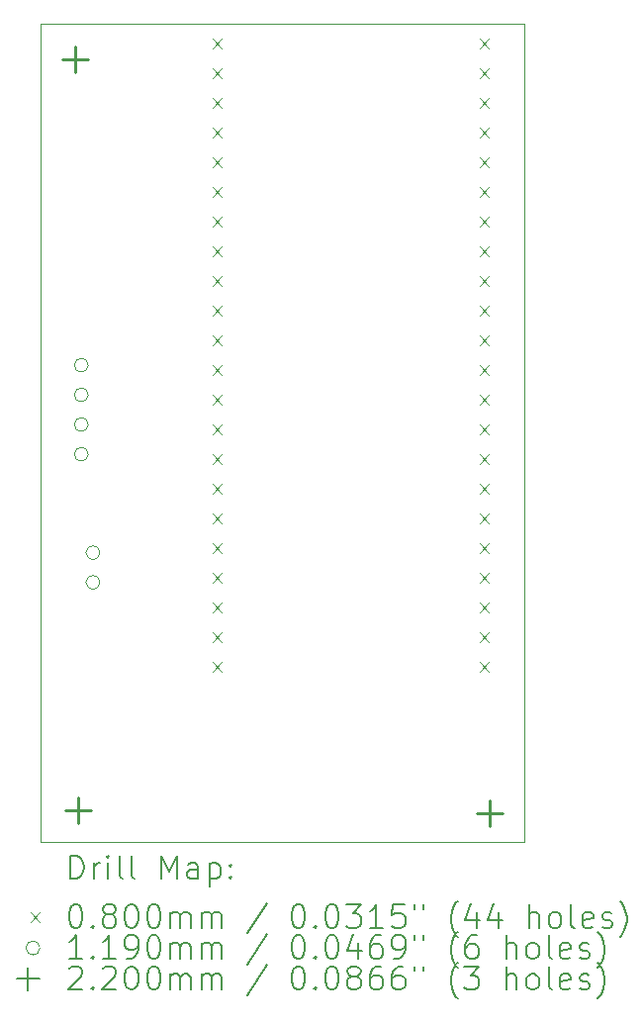
<source format=gbr>
%TF.GenerationSoftware,KiCad,Pcbnew,9.0.0*%
%TF.CreationDate,2025-07-09T15:49:07-04:00*%
%TF.ProjectId,SMACAR RECEIVER BOARD,534d4143-4152-4205-9245-434549564552,rev?*%
%TF.SameCoordinates,Original*%
%TF.FileFunction,Drillmap*%
%TF.FilePolarity,Positive*%
%FSLAX45Y45*%
G04 Gerber Fmt 4.5, Leading zero omitted, Abs format (unit mm)*
G04 Created by KiCad (PCBNEW 9.0.0) date 2025-07-09 15:49:07*
%MOMM*%
%LPD*%
G01*
G04 APERTURE LIST*
%ADD10C,0.050000*%
%ADD11C,0.200000*%
%ADD12C,0.100000*%
%ADD13C,0.119000*%
%ADD14C,0.220000*%
G04 APERTURE END LIST*
D10*
X12350000Y-4950000D02*
X16497500Y-4950000D01*
X16497500Y-11950000D01*
X12350000Y-11950000D01*
X12350000Y-4950000D01*
D11*
D12*
X13826632Y-9901520D02*
X13906632Y-9981520D01*
X13906632Y-9901520D02*
X13826632Y-9981520D01*
X13826632Y-10155520D02*
X13906632Y-10235520D01*
X13906632Y-10155520D02*
X13826632Y-10235520D01*
X13826632Y-10409520D02*
X13906632Y-10489520D01*
X13906632Y-10409520D02*
X13826632Y-10489520D01*
X13827000Y-5075792D02*
X13907000Y-5155792D01*
X13907000Y-5075792D02*
X13827000Y-5155792D01*
X13827000Y-5329792D02*
X13907000Y-5409792D01*
X13907000Y-5329792D02*
X13827000Y-5409792D01*
X13827000Y-5583792D02*
X13907000Y-5663792D01*
X13907000Y-5583792D02*
X13827000Y-5663792D01*
X13827000Y-5837792D02*
X13907000Y-5917792D01*
X13907000Y-5837792D02*
X13827000Y-5917792D01*
X13827000Y-6091792D02*
X13907000Y-6171792D01*
X13907000Y-6091792D02*
X13827000Y-6171792D01*
X13827000Y-6345792D02*
X13907000Y-6425792D01*
X13907000Y-6345792D02*
X13827000Y-6425792D01*
X13827000Y-6599792D02*
X13907000Y-6679792D01*
X13907000Y-6599792D02*
X13827000Y-6679792D01*
X13827000Y-6853792D02*
X13907000Y-6933792D01*
X13907000Y-6853792D02*
X13827000Y-6933792D01*
X13827000Y-7107792D02*
X13907000Y-7187792D01*
X13907000Y-7107792D02*
X13827000Y-7187792D01*
X13827000Y-7361792D02*
X13907000Y-7441792D01*
X13907000Y-7361792D02*
X13827000Y-7441792D01*
X13827000Y-7615792D02*
X13907000Y-7695792D01*
X13907000Y-7615792D02*
X13827000Y-7695792D01*
X13827000Y-7869792D02*
X13907000Y-7949792D01*
X13907000Y-7869792D02*
X13827000Y-7949792D01*
X13827000Y-8123792D02*
X13907000Y-8203792D01*
X13907000Y-8123792D02*
X13827000Y-8203792D01*
X13827000Y-8377792D02*
X13907000Y-8457792D01*
X13907000Y-8377792D02*
X13827000Y-8457792D01*
X13827000Y-8631792D02*
X13907000Y-8711792D01*
X13907000Y-8631792D02*
X13827000Y-8711792D01*
X13827000Y-8885792D02*
X13907000Y-8965792D01*
X13907000Y-8885792D02*
X13827000Y-8965792D01*
X13827000Y-9139792D02*
X13907000Y-9219792D01*
X13907000Y-9139792D02*
X13827000Y-9219792D01*
X13827000Y-9393792D02*
X13907000Y-9473792D01*
X13907000Y-9393792D02*
X13827000Y-9473792D01*
X13827000Y-9647792D02*
X13907000Y-9727792D01*
X13907000Y-9647792D02*
X13827000Y-9727792D01*
X16113000Y-5075792D02*
X16193000Y-5155792D01*
X16193000Y-5075792D02*
X16113000Y-5155792D01*
X16113000Y-5329792D02*
X16193000Y-5409792D01*
X16193000Y-5329792D02*
X16113000Y-5409792D01*
X16113000Y-5583792D02*
X16193000Y-5663792D01*
X16193000Y-5583792D02*
X16113000Y-5663792D01*
X16113000Y-5837792D02*
X16193000Y-5917792D01*
X16193000Y-5837792D02*
X16113000Y-5917792D01*
X16113000Y-6091792D02*
X16193000Y-6171792D01*
X16193000Y-6091792D02*
X16113000Y-6171792D01*
X16113000Y-6345792D02*
X16193000Y-6425792D01*
X16193000Y-6345792D02*
X16113000Y-6425792D01*
X16113000Y-6599792D02*
X16193000Y-6679792D01*
X16193000Y-6599792D02*
X16113000Y-6679792D01*
X16113000Y-6853792D02*
X16193000Y-6933792D01*
X16193000Y-6853792D02*
X16113000Y-6933792D01*
X16113000Y-7107792D02*
X16193000Y-7187792D01*
X16193000Y-7107792D02*
X16113000Y-7187792D01*
X16113000Y-7361792D02*
X16193000Y-7441792D01*
X16193000Y-7361792D02*
X16113000Y-7441792D01*
X16113000Y-7615792D02*
X16193000Y-7695792D01*
X16193000Y-7615792D02*
X16113000Y-7695792D01*
X16113000Y-7869792D02*
X16193000Y-7949792D01*
X16193000Y-7869792D02*
X16113000Y-7949792D01*
X16113000Y-8123792D02*
X16193000Y-8203792D01*
X16193000Y-8123792D02*
X16113000Y-8203792D01*
X16113000Y-8377792D02*
X16193000Y-8457792D01*
X16193000Y-8377792D02*
X16113000Y-8457792D01*
X16113000Y-8631792D02*
X16193000Y-8711792D01*
X16193000Y-8631792D02*
X16113000Y-8711792D01*
X16113000Y-8885792D02*
X16193000Y-8965792D01*
X16193000Y-8885792D02*
X16113000Y-8965792D01*
X16113000Y-9139792D02*
X16193000Y-9219792D01*
X16193000Y-9139792D02*
X16113000Y-9219792D01*
X16113000Y-9393792D02*
X16193000Y-9473792D01*
X16193000Y-9393792D02*
X16113000Y-9473792D01*
X16113000Y-9647792D02*
X16193000Y-9727792D01*
X16193000Y-9647792D02*
X16113000Y-9727792D01*
X16113000Y-9901792D02*
X16193000Y-9981792D01*
X16193000Y-9901792D02*
X16113000Y-9981792D01*
X16113000Y-10155792D02*
X16193000Y-10235792D01*
X16193000Y-10155792D02*
X16113000Y-10235792D01*
X16113000Y-10409792D02*
X16193000Y-10489792D01*
X16193000Y-10409792D02*
X16113000Y-10489792D01*
D13*
X12761500Y-7869000D02*
G75*
G02*
X12642500Y-7869000I-59500J0D01*
G01*
X12642500Y-7869000D02*
G75*
G02*
X12761500Y-7869000I59500J0D01*
G01*
X12761500Y-8123000D02*
G75*
G02*
X12642500Y-8123000I-59500J0D01*
G01*
X12642500Y-8123000D02*
G75*
G02*
X12761500Y-8123000I59500J0D01*
G01*
X12761500Y-8377000D02*
G75*
G02*
X12642500Y-8377000I-59500J0D01*
G01*
X12642500Y-8377000D02*
G75*
G02*
X12761500Y-8377000I59500J0D01*
G01*
X12761500Y-8631000D02*
G75*
G02*
X12642500Y-8631000I-59500J0D01*
G01*
X12642500Y-8631000D02*
G75*
G02*
X12761500Y-8631000I59500J0D01*
G01*
X12861500Y-9473000D02*
G75*
G02*
X12742500Y-9473000I-59500J0D01*
G01*
X12742500Y-9473000D02*
G75*
G02*
X12861500Y-9473000I59500J0D01*
G01*
X12861500Y-9727000D02*
G75*
G02*
X12742500Y-9727000I-59500J0D01*
G01*
X12742500Y-9727000D02*
G75*
G02*
X12861500Y-9727000I59500J0D01*
G01*
D14*
X12650000Y-5140000D02*
X12650000Y-5360000D01*
X12540000Y-5250000D02*
X12760000Y-5250000D01*
X12675000Y-11565000D02*
X12675000Y-11785000D01*
X12565000Y-11675000D02*
X12785000Y-11675000D01*
X16200000Y-11590000D02*
X16200000Y-11810000D01*
X16090000Y-11700000D02*
X16310000Y-11700000D01*
D11*
X12608277Y-12263984D02*
X12608277Y-12063984D01*
X12608277Y-12063984D02*
X12655896Y-12063984D01*
X12655896Y-12063984D02*
X12684467Y-12073508D01*
X12684467Y-12073508D02*
X12703515Y-12092555D01*
X12703515Y-12092555D02*
X12713039Y-12111603D01*
X12713039Y-12111603D02*
X12722562Y-12149698D01*
X12722562Y-12149698D02*
X12722562Y-12178269D01*
X12722562Y-12178269D02*
X12713039Y-12216365D01*
X12713039Y-12216365D02*
X12703515Y-12235412D01*
X12703515Y-12235412D02*
X12684467Y-12254460D01*
X12684467Y-12254460D02*
X12655896Y-12263984D01*
X12655896Y-12263984D02*
X12608277Y-12263984D01*
X12808277Y-12263984D02*
X12808277Y-12130650D01*
X12808277Y-12168746D02*
X12817801Y-12149698D01*
X12817801Y-12149698D02*
X12827324Y-12140174D01*
X12827324Y-12140174D02*
X12846372Y-12130650D01*
X12846372Y-12130650D02*
X12865420Y-12130650D01*
X12932086Y-12263984D02*
X12932086Y-12130650D01*
X12932086Y-12063984D02*
X12922562Y-12073508D01*
X12922562Y-12073508D02*
X12932086Y-12083031D01*
X12932086Y-12083031D02*
X12941610Y-12073508D01*
X12941610Y-12073508D02*
X12932086Y-12063984D01*
X12932086Y-12063984D02*
X12932086Y-12083031D01*
X13055896Y-12263984D02*
X13036848Y-12254460D01*
X13036848Y-12254460D02*
X13027324Y-12235412D01*
X13027324Y-12235412D02*
X13027324Y-12063984D01*
X13160658Y-12263984D02*
X13141610Y-12254460D01*
X13141610Y-12254460D02*
X13132086Y-12235412D01*
X13132086Y-12235412D02*
X13132086Y-12063984D01*
X13389229Y-12263984D02*
X13389229Y-12063984D01*
X13389229Y-12063984D02*
X13455896Y-12206841D01*
X13455896Y-12206841D02*
X13522562Y-12063984D01*
X13522562Y-12063984D02*
X13522562Y-12263984D01*
X13703515Y-12263984D02*
X13703515Y-12159222D01*
X13703515Y-12159222D02*
X13693991Y-12140174D01*
X13693991Y-12140174D02*
X13674943Y-12130650D01*
X13674943Y-12130650D02*
X13636848Y-12130650D01*
X13636848Y-12130650D02*
X13617801Y-12140174D01*
X13703515Y-12254460D02*
X13684467Y-12263984D01*
X13684467Y-12263984D02*
X13636848Y-12263984D01*
X13636848Y-12263984D02*
X13617801Y-12254460D01*
X13617801Y-12254460D02*
X13608277Y-12235412D01*
X13608277Y-12235412D02*
X13608277Y-12216365D01*
X13608277Y-12216365D02*
X13617801Y-12197317D01*
X13617801Y-12197317D02*
X13636848Y-12187793D01*
X13636848Y-12187793D02*
X13684467Y-12187793D01*
X13684467Y-12187793D02*
X13703515Y-12178269D01*
X13798753Y-12130650D02*
X13798753Y-12330650D01*
X13798753Y-12140174D02*
X13817801Y-12130650D01*
X13817801Y-12130650D02*
X13855896Y-12130650D01*
X13855896Y-12130650D02*
X13874943Y-12140174D01*
X13874943Y-12140174D02*
X13884467Y-12149698D01*
X13884467Y-12149698D02*
X13893991Y-12168746D01*
X13893991Y-12168746D02*
X13893991Y-12225888D01*
X13893991Y-12225888D02*
X13884467Y-12244936D01*
X13884467Y-12244936D02*
X13874943Y-12254460D01*
X13874943Y-12254460D02*
X13855896Y-12263984D01*
X13855896Y-12263984D02*
X13817801Y-12263984D01*
X13817801Y-12263984D02*
X13798753Y-12254460D01*
X13979705Y-12244936D02*
X13989229Y-12254460D01*
X13989229Y-12254460D02*
X13979705Y-12263984D01*
X13979705Y-12263984D02*
X13970182Y-12254460D01*
X13970182Y-12254460D02*
X13979705Y-12244936D01*
X13979705Y-12244936D02*
X13979705Y-12263984D01*
X13979705Y-12140174D02*
X13989229Y-12149698D01*
X13989229Y-12149698D02*
X13979705Y-12159222D01*
X13979705Y-12159222D02*
X13970182Y-12149698D01*
X13970182Y-12149698D02*
X13979705Y-12140174D01*
X13979705Y-12140174D02*
X13979705Y-12159222D01*
D12*
X12267500Y-12552500D02*
X12347500Y-12632500D01*
X12347500Y-12552500D02*
X12267500Y-12632500D01*
D11*
X12646372Y-12483984D02*
X12665420Y-12483984D01*
X12665420Y-12483984D02*
X12684467Y-12493508D01*
X12684467Y-12493508D02*
X12693991Y-12503031D01*
X12693991Y-12503031D02*
X12703515Y-12522079D01*
X12703515Y-12522079D02*
X12713039Y-12560174D01*
X12713039Y-12560174D02*
X12713039Y-12607793D01*
X12713039Y-12607793D02*
X12703515Y-12645888D01*
X12703515Y-12645888D02*
X12693991Y-12664936D01*
X12693991Y-12664936D02*
X12684467Y-12674460D01*
X12684467Y-12674460D02*
X12665420Y-12683984D01*
X12665420Y-12683984D02*
X12646372Y-12683984D01*
X12646372Y-12683984D02*
X12627324Y-12674460D01*
X12627324Y-12674460D02*
X12617801Y-12664936D01*
X12617801Y-12664936D02*
X12608277Y-12645888D01*
X12608277Y-12645888D02*
X12598753Y-12607793D01*
X12598753Y-12607793D02*
X12598753Y-12560174D01*
X12598753Y-12560174D02*
X12608277Y-12522079D01*
X12608277Y-12522079D02*
X12617801Y-12503031D01*
X12617801Y-12503031D02*
X12627324Y-12493508D01*
X12627324Y-12493508D02*
X12646372Y-12483984D01*
X12798753Y-12664936D02*
X12808277Y-12674460D01*
X12808277Y-12674460D02*
X12798753Y-12683984D01*
X12798753Y-12683984D02*
X12789229Y-12674460D01*
X12789229Y-12674460D02*
X12798753Y-12664936D01*
X12798753Y-12664936D02*
X12798753Y-12683984D01*
X12922562Y-12569698D02*
X12903515Y-12560174D01*
X12903515Y-12560174D02*
X12893991Y-12550650D01*
X12893991Y-12550650D02*
X12884467Y-12531603D01*
X12884467Y-12531603D02*
X12884467Y-12522079D01*
X12884467Y-12522079D02*
X12893991Y-12503031D01*
X12893991Y-12503031D02*
X12903515Y-12493508D01*
X12903515Y-12493508D02*
X12922562Y-12483984D01*
X12922562Y-12483984D02*
X12960658Y-12483984D01*
X12960658Y-12483984D02*
X12979705Y-12493508D01*
X12979705Y-12493508D02*
X12989229Y-12503031D01*
X12989229Y-12503031D02*
X12998753Y-12522079D01*
X12998753Y-12522079D02*
X12998753Y-12531603D01*
X12998753Y-12531603D02*
X12989229Y-12550650D01*
X12989229Y-12550650D02*
X12979705Y-12560174D01*
X12979705Y-12560174D02*
X12960658Y-12569698D01*
X12960658Y-12569698D02*
X12922562Y-12569698D01*
X12922562Y-12569698D02*
X12903515Y-12579222D01*
X12903515Y-12579222D02*
X12893991Y-12588746D01*
X12893991Y-12588746D02*
X12884467Y-12607793D01*
X12884467Y-12607793D02*
X12884467Y-12645888D01*
X12884467Y-12645888D02*
X12893991Y-12664936D01*
X12893991Y-12664936D02*
X12903515Y-12674460D01*
X12903515Y-12674460D02*
X12922562Y-12683984D01*
X12922562Y-12683984D02*
X12960658Y-12683984D01*
X12960658Y-12683984D02*
X12979705Y-12674460D01*
X12979705Y-12674460D02*
X12989229Y-12664936D01*
X12989229Y-12664936D02*
X12998753Y-12645888D01*
X12998753Y-12645888D02*
X12998753Y-12607793D01*
X12998753Y-12607793D02*
X12989229Y-12588746D01*
X12989229Y-12588746D02*
X12979705Y-12579222D01*
X12979705Y-12579222D02*
X12960658Y-12569698D01*
X13122562Y-12483984D02*
X13141610Y-12483984D01*
X13141610Y-12483984D02*
X13160658Y-12493508D01*
X13160658Y-12493508D02*
X13170182Y-12503031D01*
X13170182Y-12503031D02*
X13179705Y-12522079D01*
X13179705Y-12522079D02*
X13189229Y-12560174D01*
X13189229Y-12560174D02*
X13189229Y-12607793D01*
X13189229Y-12607793D02*
X13179705Y-12645888D01*
X13179705Y-12645888D02*
X13170182Y-12664936D01*
X13170182Y-12664936D02*
X13160658Y-12674460D01*
X13160658Y-12674460D02*
X13141610Y-12683984D01*
X13141610Y-12683984D02*
X13122562Y-12683984D01*
X13122562Y-12683984D02*
X13103515Y-12674460D01*
X13103515Y-12674460D02*
X13093991Y-12664936D01*
X13093991Y-12664936D02*
X13084467Y-12645888D01*
X13084467Y-12645888D02*
X13074943Y-12607793D01*
X13074943Y-12607793D02*
X13074943Y-12560174D01*
X13074943Y-12560174D02*
X13084467Y-12522079D01*
X13084467Y-12522079D02*
X13093991Y-12503031D01*
X13093991Y-12503031D02*
X13103515Y-12493508D01*
X13103515Y-12493508D02*
X13122562Y-12483984D01*
X13313039Y-12483984D02*
X13332086Y-12483984D01*
X13332086Y-12483984D02*
X13351134Y-12493508D01*
X13351134Y-12493508D02*
X13360658Y-12503031D01*
X13360658Y-12503031D02*
X13370182Y-12522079D01*
X13370182Y-12522079D02*
X13379705Y-12560174D01*
X13379705Y-12560174D02*
X13379705Y-12607793D01*
X13379705Y-12607793D02*
X13370182Y-12645888D01*
X13370182Y-12645888D02*
X13360658Y-12664936D01*
X13360658Y-12664936D02*
X13351134Y-12674460D01*
X13351134Y-12674460D02*
X13332086Y-12683984D01*
X13332086Y-12683984D02*
X13313039Y-12683984D01*
X13313039Y-12683984D02*
X13293991Y-12674460D01*
X13293991Y-12674460D02*
X13284467Y-12664936D01*
X13284467Y-12664936D02*
X13274943Y-12645888D01*
X13274943Y-12645888D02*
X13265420Y-12607793D01*
X13265420Y-12607793D02*
X13265420Y-12560174D01*
X13265420Y-12560174D02*
X13274943Y-12522079D01*
X13274943Y-12522079D02*
X13284467Y-12503031D01*
X13284467Y-12503031D02*
X13293991Y-12493508D01*
X13293991Y-12493508D02*
X13313039Y-12483984D01*
X13465420Y-12683984D02*
X13465420Y-12550650D01*
X13465420Y-12569698D02*
X13474943Y-12560174D01*
X13474943Y-12560174D02*
X13493991Y-12550650D01*
X13493991Y-12550650D02*
X13522563Y-12550650D01*
X13522563Y-12550650D02*
X13541610Y-12560174D01*
X13541610Y-12560174D02*
X13551134Y-12579222D01*
X13551134Y-12579222D02*
X13551134Y-12683984D01*
X13551134Y-12579222D02*
X13560658Y-12560174D01*
X13560658Y-12560174D02*
X13579705Y-12550650D01*
X13579705Y-12550650D02*
X13608277Y-12550650D01*
X13608277Y-12550650D02*
X13627324Y-12560174D01*
X13627324Y-12560174D02*
X13636848Y-12579222D01*
X13636848Y-12579222D02*
X13636848Y-12683984D01*
X13732086Y-12683984D02*
X13732086Y-12550650D01*
X13732086Y-12569698D02*
X13741610Y-12560174D01*
X13741610Y-12560174D02*
X13760658Y-12550650D01*
X13760658Y-12550650D02*
X13789229Y-12550650D01*
X13789229Y-12550650D02*
X13808277Y-12560174D01*
X13808277Y-12560174D02*
X13817801Y-12579222D01*
X13817801Y-12579222D02*
X13817801Y-12683984D01*
X13817801Y-12579222D02*
X13827324Y-12560174D01*
X13827324Y-12560174D02*
X13846372Y-12550650D01*
X13846372Y-12550650D02*
X13874943Y-12550650D01*
X13874943Y-12550650D02*
X13893991Y-12560174D01*
X13893991Y-12560174D02*
X13903515Y-12579222D01*
X13903515Y-12579222D02*
X13903515Y-12683984D01*
X14293991Y-12474460D02*
X14122563Y-12731603D01*
X14551134Y-12483984D02*
X14570182Y-12483984D01*
X14570182Y-12483984D02*
X14589229Y-12493508D01*
X14589229Y-12493508D02*
X14598753Y-12503031D01*
X14598753Y-12503031D02*
X14608277Y-12522079D01*
X14608277Y-12522079D02*
X14617801Y-12560174D01*
X14617801Y-12560174D02*
X14617801Y-12607793D01*
X14617801Y-12607793D02*
X14608277Y-12645888D01*
X14608277Y-12645888D02*
X14598753Y-12664936D01*
X14598753Y-12664936D02*
X14589229Y-12674460D01*
X14589229Y-12674460D02*
X14570182Y-12683984D01*
X14570182Y-12683984D02*
X14551134Y-12683984D01*
X14551134Y-12683984D02*
X14532086Y-12674460D01*
X14532086Y-12674460D02*
X14522563Y-12664936D01*
X14522563Y-12664936D02*
X14513039Y-12645888D01*
X14513039Y-12645888D02*
X14503515Y-12607793D01*
X14503515Y-12607793D02*
X14503515Y-12560174D01*
X14503515Y-12560174D02*
X14513039Y-12522079D01*
X14513039Y-12522079D02*
X14522563Y-12503031D01*
X14522563Y-12503031D02*
X14532086Y-12493508D01*
X14532086Y-12493508D02*
X14551134Y-12483984D01*
X14703515Y-12664936D02*
X14713039Y-12674460D01*
X14713039Y-12674460D02*
X14703515Y-12683984D01*
X14703515Y-12683984D02*
X14693991Y-12674460D01*
X14693991Y-12674460D02*
X14703515Y-12664936D01*
X14703515Y-12664936D02*
X14703515Y-12683984D01*
X14836848Y-12483984D02*
X14855896Y-12483984D01*
X14855896Y-12483984D02*
X14874944Y-12493508D01*
X14874944Y-12493508D02*
X14884467Y-12503031D01*
X14884467Y-12503031D02*
X14893991Y-12522079D01*
X14893991Y-12522079D02*
X14903515Y-12560174D01*
X14903515Y-12560174D02*
X14903515Y-12607793D01*
X14903515Y-12607793D02*
X14893991Y-12645888D01*
X14893991Y-12645888D02*
X14884467Y-12664936D01*
X14884467Y-12664936D02*
X14874944Y-12674460D01*
X14874944Y-12674460D02*
X14855896Y-12683984D01*
X14855896Y-12683984D02*
X14836848Y-12683984D01*
X14836848Y-12683984D02*
X14817801Y-12674460D01*
X14817801Y-12674460D02*
X14808277Y-12664936D01*
X14808277Y-12664936D02*
X14798753Y-12645888D01*
X14798753Y-12645888D02*
X14789229Y-12607793D01*
X14789229Y-12607793D02*
X14789229Y-12560174D01*
X14789229Y-12560174D02*
X14798753Y-12522079D01*
X14798753Y-12522079D02*
X14808277Y-12503031D01*
X14808277Y-12503031D02*
X14817801Y-12493508D01*
X14817801Y-12493508D02*
X14836848Y-12483984D01*
X14970182Y-12483984D02*
X15093991Y-12483984D01*
X15093991Y-12483984D02*
X15027325Y-12560174D01*
X15027325Y-12560174D02*
X15055896Y-12560174D01*
X15055896Y-12560174D02*
X15074944Y-12569698D01*
X15074944Y-12569698D02*
X15084467Y-12579222D01*
X15084467Y-12579222D02*
X15093991Y-12598269D01*
X15093991Y-12598269D02*
X15093991Y-12645888D01*
X15093991Y-12645888D02*
X15084467Y-12664936D01*
X15084467Y-12664936D02*
X15074944Y-12674460D01*
X15074944Y-12674460D02*
X15055896Y-12683984D01*
X15055896Y-12683984D02*
X14998753Y-12683984D01*
X14998753Y-12683984D02*
X14979706Y-12674460D01*
X14979706Y-12674460D02*
X14970182Y-12664936D01*
X15284467Y-12683984D02*
X15170182Y-12683984D01*
X15227325Y-12683984D02*
X15227325Y-12483984D01*
X15227325Y-12483984D02*
X15208277Y-12512555D01*
X15208277Y-12512555D02*
X15189229Y-12531603D01*
X15189229Y-12531603D02*
X15170182Y-12541127D01*
X15465420Y-12483984D02*
X15370182Y-12483984D01*
X15370182Y-12483984D02*
X15360658Y-12579222D01*
X15360658Y-12579222D02*
X15370182Y-12569698D01*
X15370182Y-12569698D02*
X15389229Y-12560174D01*
X15389229Y-12560174D02*
X15436848Y-12560174D01*
X15436848Y-12560174D02*
X15455896Y-12569698D01*
X15455896Y-12569698D02*
X15465420Y-12579222D01*
X15465420Y-12579222D02*
X15474944Y-12598269D01*
X15474944Y-12598269D02*
X15474944Y-12645888D01*
X15474944Y-12645888D02*
X15465420Y-12664936D01*
X15465420Y-12664936D02*
X15455896Y-12674460D01*
X15455896Y-12674460D02*
X15436848Y-12683984D01*
X15436848Y-12683984D02*
X15389229Y-12683984D01*
X15389229Y-12683984D02*
X15370182Y-12674460D01*
X15370182Y-12674460D02*
X15360658Y-12664936D01*
X15551134Y-12483984D02*
X15551134Y-12522079D01*
X15627325Y-12483984D02*
X15627325Y-12522079D01*
X15922563Y-12760174D02*
X15913039Y-12750650D01*
X15913039Y-12750650D02*
X15893991Y-12722079D01*
X15893991Y-12722079D02*
X15884468Y-12703031D01*
X15884468Y-12703031D02*
X15874944Y-12674460D01*
X15874944Y-12674460D02*
X15865420Y-12626841D01*
X15865420Y-12626841D02*
X15865420Y-12588746D01*
X15865420Y-12588746D02*
X15874944Y-12541127D01*
X15874944Y-12541127D02*
X15884468Y-12512555D01*
X15884468Y-12512555D02*
X15893991Y-12493508D01*
X15893991Y-12493508D02*
X15913039Y-12464936D01*
X15913039Y-12464936D02*
X15922563Y-12455412D01*
X16084468Y-12550650D02*
X16084468Y-12683984D01*
X16036848Y-12474460D02*
X15989229Y-12617317D01*
X15989229Y-12617317D02*
X16113039Y-12617317D01*
X16274944Y-12550650D02*
X16274944Y-12683984D01*
X16227325Y-12474460D02*
X16179706Y-12617317D01*
X16179706Y-12617317D02*
X16303515Y-12617317D01*
X16532087Y-12683984D02*
X16532087Y-12483984D01*
X16617801Y-12683984D02*
X16617801Y-12579222D01*
X16617801Y-12579222D02*
X16608277Y-12560174D01*
X16608277Y-12560174D02*
X16589230Y-12550650D01*
X16589230Y-12550650D02*
X16560658Y-12550650D01*
X16560658Y-12550650D02*
X16541610Y-12560174D01*
X16541610Y-12560174D02*
X16532087Y-12569698D01*
X16741610Y-12683984D02*
X16722563Y-12674460D01*
X16722563Y-12674460D02*
X16713039Y-12664936D01*
X16713039Y-12664936D02*
X16703515Y-12645888D01*
X16703515Y-12645888D02*
X16703515Y-12588746D01*
X16703515Y-12588746D02*
X16713039Y-12569698D01*
X16713039Y-12569698D02*
X16722563Y-12560174D01*
X16722563Y-12560174D02*
X16741610Y-12550650D01*
X16741610Y-12550650D02*
X16770182Y-12550650D01*
X16770182Y-12550650D02*
X16789230Y-12560174D01*
X16789230Y-12560174D02*
X16798753Y-12569698D01*
X16798753Y-12569698D02*
X16808277Y-12588746D01*
X16808277Y-12588746D02*
X16808277Y-12645888D01*
X16808277Y-12645888D02*
X16798753Y-12664936D01*
X16798753Y-12664936D02*
X16789230Y-12674460D01*
X16789230Y-12674460D02*
X16770182Y-12683984D01*
X16770182Y-12683984D02*
X16741610Y-12683984D01*
X16922563Y-12683984D02*
X16903515Y-12674460D01*
X16903515Y-12674460D02*
X16893992Y-12655412D01*
X16893992Y-12655412D02*
X16893992Y-12483984D01*
X17074944Y-12674460D02*
X17055896Y-12683984D01*
X17055896Y-12683984D02*
X17017801Y-12683984D01*
X17017801Y-12683984D02*
X16998753Y-12674460D01*
X16998753Y-12674460D02*
X16989230Y-12655412D01*
X16989230Y-12655412D02*
X16989230Y-12579222D01*
X16989230Y-12579222D02*
X16998753Y-12560174D01*
X16998753Y-12560174D02*
X17017801Y-12550650D01*
X17017801Y-12550650D02*
X17055896Y-12550650D01*
X17055896Y-12550650D02*
X17074944Y-12560174D01*
X17074944Y-12560174D02*
X17084468Y-12579222D01*
X17084468Y-12579222D02*
X17084468Y-12598269D01*
X17084468Y-12598269D02*
X16989230Y-12617317D01*
X17160658Y-12674460D02*
X17179706Y-12683984D01*
X17179706Y-12683984D02*
X17217801Y-12683984D01*
X17217801Y-12683984D02*
X17236849Y-12674460D01*
X17236849Y-12674460D02*
X17246373Y-12655412D01*
X17246373Y-12655412D02*
X17246373Y-12645888D01*
X17246373Y-12645888D02*
X17236849Y-12626841D01*
X17236849Y-12626841D02*
X17217801Y-12617317D01*
X17217801Y-12617317D02*
X17189230Y-12617317D01*
X17189230Y-12617317D02*
X17170182Y-12607793D01*
X17170182Y-12607793D02*
X17160658Y-12588746D01*
X17160658Y-12588746D02*
X17160658Y-12579222D01*
X17160658Y-12579222D02*
X17170182Y-12560174D01*
X17170182Y-12560174D02*
X17189230Y-12550650D01*
X17189230Y-12550650D02*
X17217801Y-12550650D01*
X17217801Y-12550650D02*
X17236849Y-12560174D01*
X17313039Y-12760174D02*
X17322563Y-12750650D01*
X17322563Y-12750650D02*
X17341611Y-12722079D01*
X17341611Y-12722079D02*
X17351134Y-12703031D01*
X17351134Y-12703031D02*
X17360658Y-12674460D01*
X17360658Y-12674460D02*
X17370182Y-12626841D01*
X17370182Y-12626841D02*
X17370182Y-12588746D01*
X17370182Y-12588746D02*
X17360658Y-12541127D01*
X17360658Y-12541127D02*
X17351134Y-12512555D01*
X17351134Y-12512555D02*
X17341611Y-12493508D01*
X17341611Y-12493508D02*
X17322563Y-12464936D01*
X17322563Y-12464936D02*
X17313039Y-12455412D01*
D13*
X12347500Y-12856500D02*
G75*
G02*
X12228500Y-12856500I-59500J0D01*
G01*
X12228500Y-12856500D02*
G75*
G02*
X12347500Y-12856500I59500J0D01*
G01*
D11*
X12713039Y-12947984D02*
X12598753Y-12947984D01*
X12655896Y-12947984D02*
X12655896Y-12747984D01*
X12655896Y-12747984D02*
X12636848Y-12776555D01*
X12636848Y-12776555D02*
X12617801Y-12795603D01*
X12617801Y-12795603D02*
X12598753Y-12805127D01*
X12798753Y-12928936D02*
X12808277Y-12938460D01*
X12808277Y-12938460D02*
X12798753Y-12947984D01*
X12798753Y-12947984D02*
X12789229Y-12938460D01*
X12789229Y-12938460D02*
X12798753Y-12928936D01*
X12798753Y-12928936D02*
X12798753Y-12947984D01*
X12998753Y-12947984D02*
X12884467Y-12947984D01*
X12941610Y-12947984D02*
X12941610Y-12747984D01*
X12941610Y-12747984D02*
X12922562Y-12776555D01*
X12922562Y-12776555D02*
X12903515Y-12795603D01*
X12903515Y-12795603D02*
X12884467Y-12805127D01*
X13093991Y-12947984D02*
X13132086Y-12947984D01*
X13132086Y-12947984D02*
X13151134Y-12938460D01*
X13151134Y-12938460D02*
X13160658Y-12928936D01*
X13160658Y-12928936D02*
X13179705Y-12900365D01*
X13179705Y-12900365D02*
X13189229Y-12862269D01*
X13189229Y-12862269D02*
X13189229Y-12786079D01*
X13189229Y-12786079D02*
X13179705Y-12767031D01*
X13179705Y-12767031D02*
X13170182Y-12757508D01*
X13170182Y-12757508D02*
X13151134Y-12747984D01*
X13151134Y-12747984D02*
X13113039Y-12747984D01*
X13113039Y-12747984D02*
X13093991Y-12757508D01*
X13093991Y-12757508D02*
X13084467Y-12767031D01*
X13084467Y-12767031D02*
X13074943Y-12786079D01*
X13074943Y-12786079D02*
X13074943Y-12833698D01*
X13074943Y-12833698D02*
X13084467Y-12852746D01*
X13084467Y-12852746D02*
X13093991Y-12862269D01*
X13093991Y-12862269D02*
X13113039Y-12871793D01*
X13113039Y-12871793D02*
X13151134Y-12871793D01*
X13151134Y-12871793D02*
X13170182Y-12862269D01*
X13170182Y-12862269D02*
X13179705Y-12852746D01*
X13179705Y-12852746D02*
X13189229Y-12833698D01*
X13313039Y-12747984D02*
X13332086Y-12747984D01*
X13332086Y-12747984D02*
X13351134Y-12757508D01*
X13351134Y-12757508D02*
X13360658Y-12767031D01*
X13360658Y-12767031D02*
X13370182Y-12786079D01*
X13370182Y-12786079D02*
X13379705Y-12824174D01*
X13379705Y-12824174D02*
X13379705Y-12871793D01*
X13379705Y-12871793D02*
X13370182Y-12909888D01*
X13370182Y-12909888D02*
X13360658Y-12928936D01*
X13360658Y-12928936D02*
X13351134Y-12938460D01*
X13351134Y-12938460D02*
X13332086Y-12947984D01*
X13332086Y-12947984D02*
X13313039Y-12947984D01*
X13313039Y-12947984D02*
X13293991Y-12938460D01*
X13293991Y-12938460D02*
X13284467Y-12928936D01*
X13284467Y-12928936D02*
X13274943Y-12909888D01*
X13274943Y-12909888D02*
X13265420Y-12871793D01*
X13265420Y-12871793D02*
X13265420Y-12824174D01*
X13265420Y-12824174D02*
X13274943Y-12786079D01*
X13274943Y-12786079D02*
X13284467Y-12767031D01*
X13284467Y-12767031D02*
X13293991Y-12757508D01*
X13293991Y-12757508D02*
X13313039Y-12747984D01*
X13465420Y-12947984D02*
X13465420Y-12814650D01*
X13465420Y-12833698D02*
X13474943Y-12824174D01*
X13474943Y-12824174D02*
X13493991Y-12814650D01*
X13493991Y-12814650D02*
X13522563Y-12814650D01*
X13522563Y-12814650D02*
X13541610Y-12824174D01*
X13541610Y-12824174D02*
X13551134Y-12843222D01*
X13551134Y-12843222D02*
X13551134Y-12947984D01*
X13551134Y-12843222D02*
X13560658Y-12824174D01*
X13560658Y-12824174D02*
X13579705Y-12814650D01*
X13579705Y-12814650D02*
X13608277Y-12814650D01*
X13608277Y-12814650D02*
X13627324Y-12824174D01*
X13627324Y-12824174D02*
X13636848Y-12843222D01*
X13636848Y-12843222D02*
X13636848Y-12947984D01*
X13732086Y-12947984D02*
X13732086Y-12814650D01*
X13732086Y-12833698D02*
X13741610Y-12824174D01*
X13741610Y-12824174D02*
X13760658Y-12814650D01*
X13760658Y-12814650D02*
X13789229Y-12814650D01*
X13789229Y-12814650D02*
X13808277Y-12824174D01*
X13808277Y-12824174D02*
X13817801Y-12843222D01*
X13817801Y-12843222D02*
X13817801Y-12947984D01*
X13817801Y-12843222D02*
X13827324Y-12824174D01*
X13827324Y-12824174D02*
X13846372Y-12814650D01*
X13846372Y-12814650D02*
X13874943Y-12814650D01*
X13874943Y-12814650D02*
X13893991Y-12824174D01*
X13893991Y-12824174D02*
X13903515Y-12843222D01*
X13903515Y-12843222D02*
X13903515Y-12947984D01*
X14293991Y-12738460D02*
X14122563Y-12995603D01*
X14551134Y-12747984D02*
X14570182Y-12747984D01*
X14570182Y-12747984D02*
X14589229Y-12757508D01*
X14589229Y-12757508D02*
X14598753Y-12767031D01*
X14598753Y-12767031D02*
X14608277Y-12786079D01*
X14608277Y-12786079D02*
X14617801Y-12824174D01*
X14617801Y-12824174D02*
X14617801Y-12871793D01*
X14617801Y-12871793D02*
X14608277Y-12909888D01*
X14608277Y-12909888D02*
X14598753Y-12928936D01*
X14598753Y-12928936D02*
X14589229Y-12938460D01*
X14589229Y-12938460D02*
X14570182Y-12947984D01*
X14570182Y-12947984D02*
X14551134Y-12947984D01*
X14551134Y-12947984D02*
X14532086Y-12938460D01*
X14532086Y-12938460D02*
X14522563Y-12928936D01*
X14522563Y-12928936D02*
X14513039Y-12909888D01*
X14513039Y-12909888D02*
X14503515Y-12871793D01*
X14503515Y-12871793D02*
X14503515Y-12824174D01*
X14503515Y-12824174D02*
X14513039Y-12786079D01*
X14513039Y-12786079D02*
X14522563Y-12767031D01*
X14522563Y-12767031D02*
X14532086Y-12757508D01*
X14532086Y-12757508D02*
X14551134Y-12747984D01*
X14703515Y-12928936D02*
X14713039Y-12938460D01*
X14713039Y-12938460D02*
X14703515Y-12947984D01*
X14703515Y-12947984D02*
X14693991Y-12938460D01*
X14693991Y-12938460D02*
X14703515Y-12928936D01*
X14703515Y-12928936D02*
X14703515Y-12947984D01*
X14836848Y-12747984D02*
X14855896Y-12747984D01*
X14855896Y-12747984D02*
X14874944Y-12757508D01*
X14874944Y-12757508D02*
X14884467Y-12767031D01*
X14884467Y-12767031D02*
X14893991Y-12786079D01*
X14893991Y-12786079D02*
X14903515Y-12824174D01*
X14903515Y-12824174D02*
X14903515Y-12871793D01*
X14903515Y-12871793D02*
X14893991Y-12909888D01*
X14893991Y-12909888D02*
X14884467Y-12928936D01*
X14884467Y-12928936D02*
X14874944Y-12938460D01*
X14874944Y-12938460D02*
X14855896Y-12947984D01*
X14855896Y-12947984D02*
X14836848Y-12947984D01*
X14836848Y-12947984D02*
X14817801Y-12938460D01*
X14817801Y-12938460D02*
X14808277Y-12928936D01*
X14808277Y-12928936D02*
X14798753Y-12909888D01*
X14798753Y-12909888D02*
X14789229Y-12871793D01*
X14789229Y-12871793D02*
X14789229Y-12824174D01*
X14789229Y-12824174D02*
X14798753Y-12786079D01*
X14798753Y-12786079D02*
X14808277Y-12767031D01*
X14808277Y-12767031D02*
X14817801Y-12757508D01*
X14817801Y-12757508D02*
X14836848Y-12747984D01*
X15074944Y-12814650D02*
X15074944Y-12947984D01*
X15027325Y-12738460D02*
X14979706Y-12881317D01*
X14979706Y-12881317D02*
X15103515Y-12881317D01*
X15265420Y-12747984D02*
X15227325Y-12747984D01*
X15227325Y-12747984D02*
X15208277Y-12757508D01*
X15208277Y-12757508D02*
X15198753Y-12767031D01*
X15198753Y-12767031D02*
X15179706Y-12795603D01*
X15179706Y-12795603D02*
X15170182Y-12833698D01*
X15170182Y-12833698D02*
X15170182Y-12909888D01*
X15170182Y-12909888D02*
X15179706Y-12928936D01*
X15179706Y-12928936D02*
X15189229Y-12938460D01*
X15189229Y-12938460D02*
X15208277Y-12947984D01*
X15208277Y-12947984D02*
X15246372Y-12947984D01*
X15246372Y-12947984D02*
X15265420Y-12938460D01*
X15265420Y-12938460D02*
X15274944Y-12928936D01*
X15274944Y-12928936D02*
X15284467Y-12909888D01*
X15284467Y-12909888D02*
X15284467Y-12862269D01*
X15284467Y-12862269D02*
X15274944Y-12843222D01*
X15274944Y-12843222D02*
X15265420Y-12833698D01*
X15265420Y-12833698D02*
X15246372Y-12824174D01*
X15246372Y-12824174D02*
X15208277Y-12824174D01*
X15208277Y-12824174D02*
X15189229Y-12833698D01*
X15189229Y-12833698D02*
X15179706Y-12843222D01*
X15179706Y-12843222D02*
X15170182Y-12862269D01*
X15379706Y-12947984D02*
X15417801Y-12947984D01*
X15417801Y-12947984D02*
X15436848Y-12938460D01*
X15436848Y-12938460D02*
X15446372Y-12928936D01*
X15446372Y-12928936D02*
X15465420Y-12900365D01*
X15465420Y-12900365D02*
X15474944Y-12862269D01*
X15474944Y-12862269D02*
X15474944Y-12786079D01*
X15474944Y-12786079D02*
X15465420Y-12767031D01*
X15465420Y-12767031D02*
X15455896Y-12757508D01*
X15455896Y-12757508D02*
X15436848Y-12747984D01*
X15436848Y-12747984D02*
X15398753Y-12747984D01*
X15398753Y-12747984D02*
X15379706Y-12757508D01*
X15379706Y-12757508D02*
X15370182Y-12767031D01*
X15370182Y-12767031D02*
X15360658Y-12786079D01*
X15360658Y-12786079D02*
X15360658Y-12833698D01*
X15360658Y-12833698D02*
X15370182Y-12852746D01*
X15370182Y-12852746D02*
X15379706Y-12862269D01*
X15379706Y-12862269D02*
X15398753Y-12871793D01*
X15398753Y-12871793D02*
X15436848Y-12871793D01*
X15436848Y-12871793D02*
X15455896Y-12862269D01*
X15455896Y-12862269D02*
X15465420Y-12852746D01*
X15465420Y-12852746D02*
X15474944Y-12833698D01*
X15551134Y-12747984D02*
X15551134Y-12786079D01*
X15627325Y-12747984D02*
X15627325Y-12786079D01*
X15922563Y-13024174D02*
X15913039Y-13014650D01*
X15913039Y-13014650D02*
X15893991Y-12986079D01*
X15893991Y-12986079D02*
X15884468Y-12967031D01*
X15884468Y-12967031D02*
X15874944Y-12938460D01*
X15874944Y-12938460D02*
X15865420Y-12890841D01*
X15865420Y-12890841D02*
X15865420Y-12852746D01*
X15865420Y-12852746D02*
X15874944Y-12805127D01*
X15874944Y-12805127D02*
X15884468Y-12776555D01*
X15884468Y-12776555D02*
X15893991Y-12757508D01*
X15893991Y-12757508D02*
X15913039Y-12728936D01*
X15913039Y-12728936D02*
X15922563Y-12719412D01*
X16084468Y-12747984D02*
X16046372Y-12747984D01*
X16046372Y-12747984D02*
X16027325Y-12757508D01*
X16027325Y-12757508D02*
X16017801Y-12767031D01*
X16017801Y-12767031D02*
X15998753Y-12795603D01*
X15998753Y-12795603D02*
X15989229Y-12833698D01*
X15989229Y-12833698D02*
X15989229Y-12909888D01*
X15989229Y-12909888D02*
X15998753Y-12928936D01*
X15998753Y-12928936D02*
X16008277Y-12938460D01*
X16008277Y-12938460D02*
X16027325Y-12947984D01*
X16027325Y-12947984D02*
X16065420Y-12947984D01*
X16065420Y-12947984D02*
X16084468Y-12938460D01*
X16084468Y-12938460D02*
X16093991Y-12928936D01*
X16093991Y-12928936D02*
X16103515Y-12909888D01*
X16103515Y-12909888D02*
X16103515Y-12862269D01*
X16103515Y-12862269D02*
X16093991Y-12843222D01*
X16093991Y-12843222D02*
X16084468Y-12833698D01*
X16084468Y-12833698D02*
X16065420Y-12824174D01*
X16065420Y-12824174D02*
X16027325Y-12824174D01*
X16027325Y-12824174D02*
X16008277Y-12833698D01*
X16008277Y-12833698D02*
X15998753Y-12843222D01*
X15998753Y-12843222D02*
X15989229Y-12862269D01*
X16341610Y-12947984D02*
X16341610Y-12747984D01*
X16427325Y-12947984D02*
X16427325Y-12843222D01*
X16427325Y-12843222D02*
X16417801Y-12824174D01*
X16417801Y-12824174D02*
X16398753Y-12814650D01*
X16398753Y-12814650D02*
X16370182Y-12814650D01*
X16370182Y-12814650D02*
X16351134Y-12824174D01*
X16351134Y-12824174D02*
X16341610Y-12833698D01*
X16551134Y-12947984D02*
X16532087Y-12938460D01*
X16532087Y-12938460D02*
X16522563Y-12928936D01*
X16522563Y-12928936D02*
X16513039Y-12909888D01*
X16513039Y-12909888D02*
X16513039Y-12852746D01*
X16513039Y-12852746D02*
X16522563Y-12833698D01*
X16522563Y-12833698D02*
X16532087Y-12824174D01*
X16532087Y-12824174D02*
X16551134Y-12814650D01*
X16551134Y-12814650D02*
X16579706Y-12814650D01*
X16579706Y-12814650D02*
X16598753Y-12824174D01*
X16598753Y-12824174D02*
X16608277Y-12833698D01*
X16608277Y-12833698D02*
X16617801Y-12852746D01*
X16617801Y-12852746D02*
X16617801Y-12909888D01*
X16617801Y-12909888D02*
X16608277Y-12928936D01*
X16608277Y-12928936D02*
X16598753Y-12938460D01*
X16598753Y-12938460D02*
X16579706Y-12947984D01*
X16579706Y-12947984D02*
X16551134Y-12947984D01*
X16732087Y-12947984D02*
X16713039Y-12938460D01*
X16713039Y-12938460D02*
X16703515Y-12919412D01*
X16703515Y-12919412D02*
X16703515Y-12747984D01*
X16884468Y-12938460D02*
X16865420Y-12947984D01*
X16865420Y-12947984D02*
X16827325Y-12947984D01*
X16827325Y-12947984D02*
X16808277Y-12938460D01*
X16808277Y-12938460D02*
X16798753Y-12919412D01*
X16798753Y-12919412D02*
X16798753Y-12843222D01*
X16798753Y-12843222D02*
X16808277Y-12824174D01*
X16808277Y-12824174D02*
X16827325Y-12814650D01*
X16827325Y-12814650D02*
X16865420Y-12814650D01*
X16865420Y-12814650D02*
X16884468Y-12824174D01*
X16884468Y-12824174D02*
X16893992Y-12843222D01*
X16893992Y-12843222D02*
X16893992Y-12862269D01*
X16893992Y-12862269D02*
X16798753Y-12881317D01*
X16970182Y-12938460D02*
X16989230Y-12947984D01*
X16989230Y-12947984D02*
X17027325Y-12947984D01*
X17027325Y-12947984D02*
X17046373Y-12938460D01*
X17046373Y-12938460D02*
X17055896Y-12919412D01*
X17055896Y-12919412D02*
X17055896Y-12909888D01*
X17055896Y-12909888D02*
X17046373Y-12890841D01*
X17046373Y-12890841D02*
X17027325Y-12881317D01*
X17027325Y-12881317D02*
X16998753Y-12881317D01*
X16998753Y-12881317D02*
X16979706Y-12871793D01*
X16979706Y-12871793D02*
X16970182Y-12852746D01*
X16970182Y-12852746D02*
X16970182Y-12843222D01*
X16970182Y-12843222D02*
X16979706Y-12824174D01*
X16979706Y-12824174D02*
X16998753Y-12814650D01*
X16998753Y-12814650D02*
X17027325Y-12814650D01*
X17027325Y-12814650D02*
X17046373Y-12824174D01*
X17122563Y-13024174D02*
X17132087Y-13014650D01*
X17132087Y-13014650D02*
X17151134Y-12986079D01*
X17151134Y-12986079D02*
X17160658Y-12967031D01*
X17160658Y-12967031D02*
X17170182Y-12938460D01*
X17170182Y-12938460D02*
X17179706Y-12890841D01*
X17179706Y-12890841D02*
X17179706Y-12852746D01*
X17179706Y-12852746D02*
X17170182Y-12805127D01*
X17170182Y-12805127D02*
X17160658Y-12776555D01*
X17160658Y-12776555D02*
X17151134Y-12757508D01*
X17151134Y-12757508D02*
X17132087Y-12728936D01*
X17132087Y-12728936D02*
X17122563Y-12719412D01*
X12247500Y-13020500D02*
X12247500Y-13220500D01*
X12147500Y-13120500D02*
X12347500Y-13120500D01*
X12598753Y-13031031D02*
X12608277Y-13021508D01*
X12608277Y-13021508D02*
X12627324Y-13011984D01*
X12627324Y-13011984D02*
X12674943Y-13011984D01*
X12674943Y-13011984D02*
X12693991Y-13021508D01*
X12693991Y-13021508D02*
X12703515Y-13031031D01*
X12703515Y-13031031D02*
X12713039Y-13050079D01*
X12713039Y-13050079D02*
X12713039Y-13069127D01*
X12713039Y-13069127D02*
X12703515Y-13097698D01*
X12703515Y-13097698D02*
X12589229Y-13211984D01*
X12589229Y-13211984D02*
X12713039Y-13211984D01*
X12798753Y-13192936D02*
X12808277Y-13202460D01*
X12808277Y-13202460D02*
X12798753Y-13211984D01*
X12798753Y-13211984D02*
X12789229Y-13202460D01*
X12789229Y-13202460D02*
X12798753Y-13192936D01*
X12798753Y-13192936D02*
X12798753Y-13211984D01*
X12884467Y-13031031D02*
X12893991Y-13021508D01*
X12893991Y-13021508D02*
X12913039Y-13011984D01*
X12913039Y-13011984D02*
X12960658Y-13011984D01*
X12960658Y-13011984D02*
X12979705Y-13021508D01*
X12979705Y-13021508D02*
X12989229Y-13031031D01*
X12989229Y-13031031D02*
X12998753Y-13050079D01*
X12998753Y-13050079D02*
X12998753Y-13069127D01*
X12998753Y-13069127D02*
X12989229Y-13097698D01*
X12989229Y-13097698D02*
X12874943Y-13211984D01*
X12874943Y-13211984D02*
X12998753Y-13211984D01*
X13122562Y-13011984D02*
X13141610Y-13011984D01*
X13141610Y-13011984D02*
X13160658Y-13021508D01*
X13160658Y-13021508D02*
X13170182Y-13031031D01*
X13170182Y-13031031D02*
X13179705Y-13050079D01*
X13179705Y-13050079D02*
X13189229Y-13088174D01*
X13189229Y-13088174D02*
X13189229Y-13135793D01*
X13189229Y-13135793D02*
X13179705Y-13173888D01*
X13179705Y-13173888D02*
X13170182Y-13192936D01*
X13170182Y-13192936D02*
X13160658Y-13202460D01*
X13160658Y-13202460D02*
X13141610Y-13211984D01*
X13141610Y-13211984D02*
X13122562Y-13211984D01*
X13122562Y-13211984D02*
X13103515Y-13202460D01*
X13103515Y-13202460D02*
X13093991Y-13192936D01*
X13093991Y-13192936D02*
X13084467Y-13173888D01*
X13084467Y-13173888D02*
X13074943Y-13135793D01*
X13074943Y-13135793D02*
X13074943Y-13088174D01*
X13074943Y-13088174D02*
X13084467Y-13050079D01*
X13084467Y-13050079D02*
X13093991Y-13031031D01*
X13093991Y-13031031D02*
X13103515Y-13021508D01*
X13103515Y-13021508D02*
X13122562Y-13011984D01*
X13313039Y-13011984D02*
X13332086Y-13011984D01*
X13332086Y-13011984D02*
X13351134Y-13021508D01*
X13351134Y-13021508D02*
X13360658Y-13031031D01*
X13360658Y-13031031D02*
X13370182Y-13050079D01*
X13370182Y-13050079D02*
X13379705Y-13088174D01*
X13379705Y-13088174D02*
X13379705Y-13135793D01*
X13379705Y-13135793D02*
X13370182Y-13173888D01*
X13370182Y-13173888D02*
X13360658Y-13192936D01*
X13360658Y-13192936D02*
X13351134Y-13202460D01*
X13351134Y-13202460D02*
X13332086Y-13211984D01*
X13332086Y-13211984D02*
X13313039Y-13211984D01*
X13313039Y-13211984D02*
X13293991Y-13202460D01*
X13293991Y-13202460D02*
X13284467Y-13192936D01*
X13284467Y-13192936D02*
X13274943Y-13173888D01*
X13274943Y-13173888D02*
X13265420Y-13135793D01*
X13265420Y-13135793D02*
X13265420Y-13088174D01*
X13265420Y-13088174D02*
X13274943Y-13050079D01*
X13274943Y-13050079D02*
X13284467Y-13031031D01*
X13284467Y-13031031D02*
X13293991Y-13021508D01*
X13293991Y-13021508D02*
X13313039Y-13011984D01*
X13465420Y-13211984D02*
X13465420Y-13078650D01*
X13465420Y-13097698D02*
X13474943Y-13088174D01*
X13474943Y-13088174D02*
X13493991Y-13078650D01*
X13493991Y-13078650D02*
X13522563Y-13078650D01*
X13522563Y-13078650D02*
X13541610Y-13088174D01*
X13541610Y-13088174D02*
X13551134Y-13107222D01*
X13551134Y-13107222D02*
X13551134Y-13211984D01*
X13551134Y-13107222D02*
X13560658Y-13088174D01*
X13560658Y-13088174D02*
X13579705Y-13078650D01*
X13579705Y-13078650D02*
X13608277Y-13078650D01*
X13608277Y-13078650D02*
X13627324Y-13088174D01*
X13627324Y-13088174D02*
X13636848Y-13107222D01*
X13636848Y-13107222D02*
X13636848Y-13211984D01*
X13732086Y-13211984D02*
X13732086Y-13078650D01*
X13732086Y-13097698D02*
X13741610Y-13088174D01*
X13741610Y-13088174D02*
X13760658Y-13078650D01*
X13760658Y-13078650D02*
X13789229Y-13078650D01*
X13789229Y-13078650D02*
X13808277Y-13088174D01*
X13808277Y-13088174D02*
X13817801Y-13107222D01*
X13817801Y-13107222D02*
X13817801Y-13211984D01*
X13817801Y-13107222D02*
X13827324Y-13088174D01*
X13827324Y-13088174D02*
X13846372Y-13078650D01*
X13846372Y-13078650D02*
X13874943Y-13078650D01*
X13874943Y-13078650D02*
X13893991Y-13088174D01*
X13893991Y-13088174D02*
X13903515Y-13107222D01*
X13903515Y-13107222D02*
X13903515Y-13211984D01*
X14293991Y-13002460D02*
X14122563Y-13259603D01*
X14551134Y-13011984D02*
X14570182Y-13011984D01*
X14570182Y-13011984D02*
X14589229Y-13021508D01*
X14589229Y-13021508D02*
X14598753Y-13031031D01*
X14598753Y-13031031D02*
X14608277Y-13050079D01*
X14608277Y-13050079D02*
X14617801Y-13088174D01*
X14617801Y-13088174D02*
X14617801Y-13135793D01*
X14617801Y-13135793D02*
X14608277Y-13173888D01*
X14608277Y-13173888D02*
X14598753Y-13192936D01*
X14598753Y-13192936D02*
X14589229Y-13202460D01*
X14589229Y-13202460D02*
X14570182Y-13211984D01*
X14570182Y-13211984D02*
X14551134Y-13211984D01*
X14551134Y-13211984D02*
X14532086Y-13202460D01*
X14532086Y-13202460D02*
X14522563Y-13192936D01*
X14522563Y-13192936D02*
X14513039Y-13173888D01*
X14513039Y-13173888D02*
X14503515Y-13135793D01*
X14503515Y-13135793D02*
X14503515Y-13088174D01*
X14503515Y-13088174D02*
X14513039Y-13050079D01*
X14513039Y-13050079D02*
X14522563Y-13031031D01*
X14522563Y-13031031D02*
X14532086Y-13021508D01*
X14532086Y-13021508D02*
X14551134Y-13011984D01*
X14703515Y-13192936D02*
X14713039Y-13202460D01*
X14713039Y-13202460D02*
X14703515Y-13211984D01*
X14703515Y-13211984D02*
X14693991Y-13202460D01*
X14693991Y-13202460D02*
X14703515Y-13192936D01*
X14703515Y-13192936D02*
X14703515Y-13211984D01*
X14836848Y-13011984D02*
X14855896Y-13011984D01*
X14855896Y-13011984D02*
X14874944Y-13021508D01*
X14874944Y-13021508D02*
X14884467Y-13031031D01*
X14884467Y-13031031D02*
X14893991Y-13050079D01*
X14893991Y-13050079D02*
X14903515Y-13088174D01*
X14903515Y-13088174D02*
X14903515Y-13135793D01*
X14903515Y-13135793D02*
X14893991Y-13173888D01*
X14893991Y-13173888D02*
X14884467Y-13192936D01*
X14884467Y-13192936D02*
X14874944Y-13202460D01*
X14874944Y-13202460D02*
X14855896Y-13211984D01*
X14855896Y-13211984D02*
X14836848Y-13211984D01*
X14836848Y-13211984D02*
X14817801Y-13202460D01*
X14817801Y-13202460D02*
X14808277Y-13192936D01*
X14808277Y-13192936D02*
X14798753Y-13173888D01*
X14798753Y-13173888D02*
X14789229Y-13135793D01*
X14789229Y-13135793D02*
X14789229Y-13088174D01*
X14789229Y-13088174D02*
X14798753Y-13050079D01*
X14798753Y-13050079D02*
X14808277Y-13031031D01*
X14808277Y-13031031D02*
X14817801Y-13021508D01*
X14817801Y-13021508D02*
X14836848Y-13011984D01*
X15017801Y-13097698D02*
X14998753Y-13088174D01*
X14998753Y-13088174D02*
X14989229Y-13078650D01*
X14989229Y-13078650D02*
X14979706Y-13059603D01*
X14979706Y-13059603D02*
X14979706Y-13050079D01*
X14979706Y-13050079D02*
X14989229Y-13031031D01*
X14989229Y-13031031D02*
X14998753Y-13021508D01*
X14998753Y-13021508D02*
X15017801Y-13011984D01*
X15017801Y-13011984D02*
X15055896Y-13011984D01*
X15055896Y-13011984D02*
X15074944Y-13021508D01*
X15074944Y-13021508D02*
X15084467Y-13031031D01*
X15084467Y-13031031D02*
X15093991Y-13050079D01*
X15093991Y-13050079D02*
X15093991Y-13059603D01*
X15093991Y-13059603D02*
X15084467Y-13078650D01*
X15084467Y-13078650D02*
X15074944Y-13088174D01*
X15074944Y-13088174D02*
X15055896Y-13097698D01*
X15055896Y-13097698D02*
X15017801Y-13097698D01*
X15017801Y-13097698D02*
X14998753Y-13107222D01*
X14998753Y-13107222D02*
X14989229Y-13116746D01*
X14989229Y-13116746D02*
X14979706Y-13135793D01*
X14979706Y-13135793D02*
X14979706Y-13173888D01*
X14979706Y-13173888D02*
X14989229Y-13192936D01*
X14989229Y-13192936D02*
X14998753Y-13202460D01*
X14998753Y-13202460D02*
X15017801Y-13211984D01*
X15017801Y-13211984D02*
X15055896Y-13211984D01*
X15055896Y-13211984D02*
X15074944Y-13202460D01*
X15074944Y-13202460D02*
X15084467Y-13192936D01*
X15084467Y-13192936D02*
X15093991Y-13173888D01*
X15093991Y-13173888D02*
X15093991Y-13135793D01*
X15093991Y-13135793D02*
X15084467Y-13116746D01*
X15084467Y-13116746D02*
X15074944Y-13107222D01*
X15074944Y-13107222D02*
X15055896Y-13097698D01*
X15265420Y-13011984D02*
X15227325Y-13011984D01*
X15227325Y-13011984D02*
X15208277Y-13021508D01*
X15208277Y-13021508D02*
X15198753Y-13031031D01*
X15198753Y-13031031D02*
X15179706Y-13059603D01*
X15179706Y-13059603D02*
X15170182Y-13097698D01*
X15170182Y-13097698D02*
X15170182Y-13173888D01*
X15170182Y-13173888D02*
X15179706Y-13192936D01*
X15179706Y-13192936D02*
X15189229Y-13202460D01*
X15189229Y-13202460D02*
X15208277Y-13211984D01*
X15208277Y-13211984D02*
X15246372Y-13211984D01*
X15246372Y-13211984D02*
X15265420Y-13202460D01*
X15265420Y-13202460D02*
X15274944Y-13192936D01*
X15274944Y-13192936D02*
X15284467Y-13173888D01*
X15284467Y-13173888D02*
X15284467Y-13126269D01*
X15284467Y-13126269D02*
X15274944Y-13107222D01*
X15274944Y-13107222D02*
X15265420Y-13097698D01*
X15265420Y-13097698D02*
X15246372Y-13088174D01*
X15246372Y-13088174D02*
X15208277Y-13088174D01*
X15208277Y-13088174D02*
X15189229Y-13097698D01*
X15189229Y-13097698D02*
X15179706Y-13107222D01*
X15179706Y-13107222D02*
X15170182Y-13126269D01*
X15455896Y-13011984D02*
X15417801Y-13011984D01*
X15417801Y-13011984D02*
X15398753Y-13021508D01*
X15398753Y-13021508D02*
X15389229Y-13031031D01*
X15389229Y-13031031D02*
X15370182Y-13059603D01*
X15370182Y-13059603D02*
X15360658Y-13097698D01*
X15360658Y-13097698D02*
X15360658Y-13173888D01*
X15360658Y-13173888D02*
X15370182Y-13192936D01*
X15370182Y-13192936D02*
X15379706Y-13202460D01*
X15379706Y-13202460D02*
X15398753Y-13211984D01*
X15398753Y-13211984D02*
X15436848Y-13211984D01*
X15436848Y-13211984D02*
X15455896Y-13202460D01*
X15455896Y-13202460D02*
X15465420Y-13192936D01*
X15465420Y-13192936D02*
X15474944Y-13173888D01*
X15474944Y-13173888D02*
X15474944Y-13126269D01*
X15474944Y-13126269D02*
X15465420Y-13107222D01*
X15465420Y-13107222D02*
X15455896Y-13097698D01*
X15455896Y-13097698D02*
X15436848Y-13088174D01*
X15436848Y-13088174D02*
X15398753Y-13088174D01*
X15398753Y-13088174D02*
X15379706Y-13097698D01*
X15379706Y-13097698D02*
X15370182Y-13107222D01*
X15370182Y-13107222D02*
X15360658Y-13126269D01*
X15551134Y-13011984D02*
X15551134Y-13050079D01*
X15627325Y-13011984D02*
X15627325Y-13050079D01*
X15922563Y-13288174D02*
X15913039Y-13278650D01*
X15913039Y-13278650D02*
X15893991Y-13250079D01*
X15893991Y-13250079D02*
X15884468Y-13231031D01*
X15884468Y-13231031D02*
X15874944Y-13202460D01*
X15874944Y-13202460D02*
X15865420Y-13154841D01*
X15865420Y-13154841D02*
X15865420Y-13116746D01*
X15865420Y-13116746D02*
X15874944Y-13069127D01*
X15874944Y-13069127D02*
X15884468Y-13040555D01*
X15884468Y-13040555D02*
X15893991Y-13021508D01*
X15893991Y-13021508D02*
X15913039Y-12992936D01*
X15913039Y-12992936D02*
X15922563Y-12983412D01*
X15979706Y-13011984D02*
X16103515Y-13011984D01*
X16103515Y-13011984D02*
X16036848Y-13088174D01*
X16036848Y-13088174D02*
X16065420Y-13088174D01*
X16065420Y-13088174D02*
X16084468Y-13097698D01*
X16084468Y-13097698D02*
X16093991Y-13107222D01*
X16093991Y-13107222D02*
X16103515Y-13126269D01*
X16103515Y-13126269D02*
X16103515Y-13173888D01*
X16103515Y-13173888D02*
X16093991Y-13192936D01*
X16093991Y-13192936D02*
X16084468Y-13202460D01*
X16084468Y-13202460D02*
X16065420Y-13211984D01*
X16065420Y-13211984D02*
X16008277Y-13211984D01*
X16008277Y-13211984D02*
X15989229Y-13202460D01*
X15989229Y-13202460D02*
X15979706Y-13192936D01*
X16341610Y-13211984D02*
X16341610Y-13011984D01*
X16427325Y-13211984D02*
X16427325Y-13107222D01*
X16427325Y-13107222D02*
X16417801Y-13088174D01*
X16417801Y-13088174D02*
X16398753Y-13078650D01*
X16398753Y-13078650D02*
X16370182Y-13078650D01*
X16370182Y-13078650D02*
X16351134Y-13088174D01*
X16351134Y-13088174D02*
X16341610Y-13097698D01*
X16551134Y-13211984D02*
X16532087Y-13202460D01*
X16532087Y-13202460D02*
X16522563Y-13192936D01*
X16522563Y-13192936D02*
X16513039Y-13173888D01*
X16513039Y-13173888D02*
X16513039Y-13116746D01*
X16513039Y-13116746D02*
X16522563Y-13097698D01*
X16522563Y-13097698D02*
X16532087Y-13088174D01*
X16532087Y-13088174D02*
X16551134Y-13078650D01*
X16551134Y-13078650D02*
X16579706Y-13078650D01*
X16579706Y-13078650D02*
X16598753Y-13088174D01*
X16598753Y-13088174D02*
X16608277Y-13097698D01*
X16608277Y-13097698D02*
X16617801Y-13116746D01*
X16617801Y-13116746D02*
X16617801Y-13173888D01*
X16617801Y-13173888D02*
X16608277Y-13192936D01*
X16608277Y-13192936D02*
X16598753Y-13202460D01*
X16598753Y-13202460D02*
X16579706Y-13211984D01*
X16579706Y-13211984D02*
X16551134Y-13211984D01*
X16732087Y-13211984D02*
X16713039Y-13202460D01*
X16713039Y-13202460D02*
X16703515Y-13183412D01*
X16703515Y-13183412D02*
X16703515Y-13011984D01*
X16884468Y-13202460D02*
X16865420Y-13211984D01*
X16865420Y-13211984D02*
X16827325Y-13211984D01*
X16827325Y-13211984D02*
X16808277Y-13202460D01*
X16808277Y-13202460D02*
X16798753Y-13183412D01*
X16798753Y-13183412D02*
X16798753Y-13107222D01*
X16798753Y-13107222D02*
X16808277Y-13088174D01*
X16808277Y-13088174D02*
X16827325Y-13078650D01*
X16827325Y-13078650D02*
X16865420Y-13078650D01*
X16865420Y-13078650D02*
X16884468Y-13088174D01*
X16884468Y-13088174D02*
X16893992Y-13107222D01*
X16893992Y-13107222D02*
X16893992Y-13126269D01*
X16893992Y-13126269D02*
X16798753Y-13145317D01*
X16970182Y-13202460D02*
X16989230Y-13211984D01*
X16989230Y-13211984D02*
X17027325Y-13211984D01*
X17027325Y-13211984D02*
X17046373Y-13202460D01*
X17046373Y-13202460D02*
X17055896Y-13183412D01*
X17055896Y-13183412D02*
X17055896Y-13173888D01*
X17055896Y-13173888D02*
X17046373Y-13154841D01*
X17046373Y-13154841D02*
X17027325Y-13145317D01*
X17027325Y-13145317D02*
X16998753Y-13145317D01*
X16998753Y-13145317D02*
X16979706Y-13135793D01*
X16979706Y-13135793D02*
X16970182Y-13116746D01*
X16970182Y-13116746D02*
X16970182Y-13107222D01*
X16970182Y-13107222D02*
X16979706Y-13088174D01*
X16979706Y-13088174D02*
X16998753Y-13078650D01*
X16998753Y-13078650D02*
X17027325Y-13078650D01*
X17027325Y-13078650D02*
X17046373Y-13088174D01*
X17122563Y-13288174D02*
X17132087Y-13278650D01*
X17132087Y-13278650D02*
X17151134Y-13250079D01*
X17151134Y-13250079D02*
X17160658Y-13231031D01*
X17160658Y-13231031D02*
X17170182Y-13202460D01*
X17170182Y-13202460D02*
X17179706Y-13154841D01*
X17179706Y-13154841D02*
X17179706Y-13116746D01*
X17179706Y-13116746D02*
X17170182Y-13069127D01*
X17170182Y-13069127D02*
X17160658Y-13040555D01*
X17160658Y-13040555D02*
X17151134Y-13021508D01*
X17151134Y-13021508D02*
X17132087Y-12992936D01*
X17132087Y-12992936D02*
X17122563Y-12983412D01*
M02*

</source>
